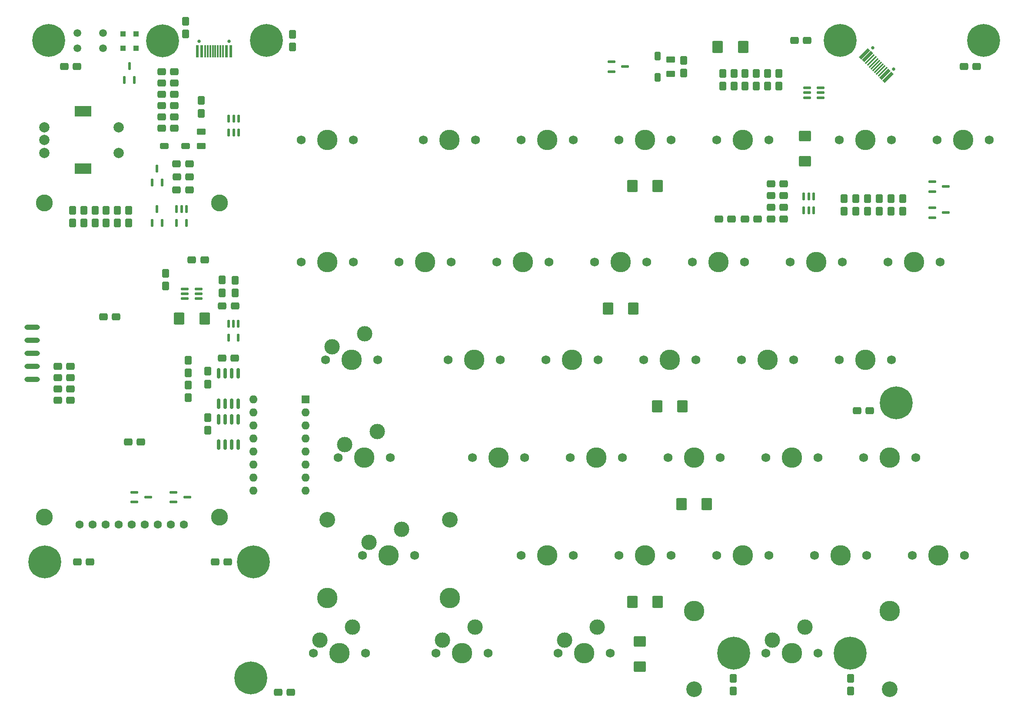
<source format=gts>
G04 #@! TF.GenerationSoftware,KiCad,Pcbnew,7.0.1*
G04 #@! TF.CreationDate,2023-07-18T11:36:22-07:00*
G04 #@! TF.ProjectId,keyboard-left,6b657962-6f61-4726-942d-6c6566742e6b,rev?*
G04 #@! TF.SameCoordinates,Original*
G04 #@! TF.FileFunction,Soldermask,Top*
G04 #@! TF.FilePolarity,Negative*
%FSLAX46Y46*%
G04 Gerber Fmt 4.6, Leading zero omitted, Abs format (unit mm)*
G04 Created by KiCad (PCBNEW 7.0.1) date 2023-07-18 11:36:22*
%MOMM*%
%LPD*%
G01*
G04 APERTURE LIST*
G04 Aperture macros list*
%AMRoundRect*
0 Rectangle with rounded corners*
0 $1 Rounding radius*
0 $2 $3 $4 $5 $6 $7 $8 $9 X,Y pos of 4 corners*
0 Add a 4 corners polygon primitive as box body*
4,1,4,$2,$3,$4,$5,$6,$7,$8,$9,$2,$3,0*
0 Add four circle primitives for the rounded corners*
1,1,$1+$1,$2,$3*
1,1,$1+$1,$4,$5*
1,1,$1+$1,$6,$7*
1,1,$1+$1,$8,$9*
0 Add four rect primitives between the rounded corners*
20,1,$1+$1,$2,$3,$4,$5,0*
20,1,$1+$1,$4,$5,$6,$7,0*
20,1,$1+$1,$6,$7,$8,$9,0*
20,1,$1+$1,$8,$9,$2,$3,0*%
%AMRotRect*
0 Rectangle, with rotation*
0 The origin of the aperture is its center*
0 $1 length*
0 $2 width*
0 $3 Rotation angle, in degrees counterclockwise*
0 Add horizontal line*
21,1,$1,$2,0,0,$3*%
G04 Aperture macros list end*
%ADD10C,2.000000*%
%ADD11R,3.200000X2.000000*%
%ADD12RoundRect,0.250000X-0.300000X0.300000X-0.300000X-0.300000X0.300000X-0.300000X0.300000X0.300000X0*%
%ADD13C,1.750000*%
%ADD14C,3.987800*%
%ADD15RoundRect,0.350000X-0.500500X-0.350000X0.500500X-0.350000X0.500500X0.350000X-0.500500X0.350000X0*%
%ADD16RoundRect,0.123750X0.123750X-0.656250X0.123750X0.656250X-0.123750X0.656250X-0.123750X-0.656250X0*%
%ADD17RoundRect,0.300000X0.550500X0.300000X-0.550500X0.300000X-0.550500X-0.300000X0.550500X-0.300000X0*%
%ADD18C,0.800000*%
%ADD19C,6.400000*%
%ADD20RoundRect,0.350000X0.350000X-0.500500X0.350000X0.500500X-0.350000X0.500500X-0.350000X-0.500500X0*%
%ADD21C,3.000000*%
%ADD22RoundRect,0.150000X0.150000X-0.825000X0.150000X0.825000X-0.150000X0.825000X-0.150000X-0.825000X0*%
%ADD23RoundRect,0.350000X0.500500X0.350000X-0.500500X0.350000X-0.500500X-0.350000X0.500500X-0.350000X0*%
%ADD24RoundRect,0.250000X0.625000X-0.375000X0.625000X0.375000X-0.625000X0.375000X-0.625000X-0.375000X0*%
%ADD25RoundRect,0.123750X-0.656250X-0.123750X0.656250X-0.123750X0.656250X0.123750X-0.656250X0.123750X0*%
%ADD26RoundRect,0.350000X-0.350000X0.500500X-0.350000X-0.500500X0.350000X-0.500500X0.350000X0.500500X0*%
%ADD27C,3.048000*%
%ADD28RoundRect,0.250000X0.787500X0.925000X-0.787500X0.925000X-0.787500X-0.925000X0.787500X-0.925000X0*%
%ADD29RoundRect,0.123750X-0.123750X0.656250X-0.123750X-0.656250X0.123750X-0.656250X0.123750X0.656250X0*%
%ADD30C,0.650000*%
%ADD31RotRect,0.600000X2.450000X135.000000*%
%ADD32RotRect,0.300000X2.450000X135.000000*%
%ADD33RoundRect,0.300000X-0.300000X0.550500X-0.300000X-0.550500X0.300000X-0.550500X0.300000X0.550500X0*%
%ADD34C,1.500000*%
%ADD35C,3.300000*%
%ADD36C,1.600000*%
%ADD37R,0.600000X2.450000*%
%ADD38R,0.300000X2.450000*%
%ADD39O,3.000000X1.000000*%
%ADD40RoundRect,0.250000X0.925000X-0.787500X0.925000X0.787500X-0.925000X0.787500X-0.925000X-0.787500X0*%
%ADD41R,1.600000X1.600000*%
%ADD42O,1.600000X1.600000*%
G04 APERTURE END LIST*
D10*
X10121300Y-21947500D03*
X10121300Y-26947500D03*
X10121300Y-24447500D03*
D11*
X17621300Y-18847500D03*
X17621300Y-30047500D03*
D10*
X24621300Y-26947500D03*
X24621300Y-21947500D03*
D12*
X27940000Y-3767900D03*
X27940000Y-6567900D03*
D13*
X160178800Y-105410000D03*
D14*
X165258800Y-105410000D03*
D13*
X170338800Y-105410000D03*
D15*
X146577000Y-39878000D03*
X149079000Y-39878000D03*
D16*
X46040000Y-23020000D03*
X46990000Y-23020000D03*
X47940000Y-23020000D03*
X47940000Y-20320000D03*
X46990000Y-20320000D03*
X46040000Y-20320000D03*
D17*
X37611000Y-25660000D03*
X33509000Y-25660000D03*
D18*
X8602900Y-5080000D03*
X9305844Y-3382944D03*
X9305844Y-6777056D03*
X11002900Y-2680000D03*
D19*
X11002900Y-5080000D03*
D18*
X11002900Y-7480000D03*
X12699956Y-3382944D03*
X12699956Y-6777056D03*
X13402900Y-5080000D03*
D13*
X79216300Y-48260000D03*
D14*
X84296300Y-48260000D03*
D13*
X89376300Y-48260000D03*
D20*
X146640000Y-13951000D03*
X146640000Y-11449000D03*
X177292000Y-38335000D03*
X177292000Y-35833000D03*
D13*
X62547500Y-124460000D03*
D21*
X63817500Y-121920000D03*
D14*
X67627500Y-124460000D03*
D21*
X70167500Y-119380000D03*
D13*
X72707500Y-124460000D03*
X164941300Y-67310000D03*
D14*
X170021300Y-67310000D03*
D13*
X175101300Y-67310000D03*
D22*
X44069000Y-75873000D03*
X45339000Y-75873000D03*
X46609000Y-75873000D03*
X47879000Y-75873000D03*
X47879000Y-69923000D03*
X46609000Y-69923000D03*
X45339000Y-69923000D03*
X44069000Y-69923000D03*
D18*
X7760000Y-106680000D03*
X8462944Y-104982944D03*
X8462944Y-108377056D03*
X10160000Y-104280000D03*
D19*
X10160000Y-106680000D03*
D18*
X10160000Y-109080000D03*
X11857056Y-104982944D03*
X11857056Y-108377056D03*
X12560000Y-106680000D03*
X48400000Y-106680000D03*
X49102944Y-104982944D03*
X49102944Y-108377056D03*
X50800000Y-104280000D03*
D19*
X50800000Y-106680000D03*
D18*
X50800000Y-109080000D03*
X52497056Y-104982944D03*
X52497056Y-108377056D03*
X53200000Y-106680000D03*
D23*
X24111000Y-58928000D03*
X21609000Y-58928000D03*
D20*
X168148000Y-38335000D03*
X168148000Y-35833000D03*
D18*
X50940000Y-5080000D03*
X51642944Y-3382944D03*
X51642944Y-6777056D03*
X53340000Y-2680000D03*
D19*
X53340000Y-5080000D03*
D18*
X53340000Y-7480000D03*
X55037056Y-3382944D03*
X55037056Y-6777056D03*
X55740000Y-5080000D03*
D13*
X164941300Y-24447500D03*
D14*
X170021300Y-24447500D03*
D13*
X175101300Y-24447500D03*
D24*
X132080000Y-11560000D03*
X132080000Y-8760000D03*
D18*
X30780000Y-5099000D03*
X31482944Y-3401944D03*
X31482944Y-6796056D03*
X33180000Y-2699000D03*
D19*
X33180000Y-5099000D03*
D18*
X33180000Y-7499000D03*
X34877056Y-3401944D03*
X34877056Y-6796056D03*
X35580000Y-5099000D03*
D13*
X141128800Y-105410000D03*
D14*
X146208800Y-105410000D03*
D13*
X151288800Y-105410000D03*
X117316300Y-48260000D03*
D14*
X122396300Y-48260000D03*
D13*
X127476300Y-48260000D03*
D18*
X164683800Y-124460000D03*
X165386744Y-122762944D03*
X165386744Y-126157056D03*
X167083800Y-122060000D03*
D19*
X167083800Y-124460000D03*
D18*
X167083800Y-126860000D03*
X168780856Y-122762944D03*
X168780856Y-126157056D03*
X169483800Y-124460000D03*
D23*
X15221000Y-72980000D03*
X12719000Y-72980000D03*
D25*
X183054000Y-32578000D03*
X183054000Y-34478000D03*
X185754000Y-33528000D03*
D13*
X64928800Y-67310000D03*
D21*
X66198800Y-64770000D03*
D14*
X70008800Y-67310000D03*
D21*
X72548800Y-62230000D03*
D13*
X75088800Y-67310000D03*
D26*
X33704500Y-50419300D03*
X33704500Y-52921300D03*
D20*
X22180000Y-40640000D03*
X22180000Y-38138000D03*
D27*
X65214500Y-98425000D03*
D14*
X65214500Y-113665000D03*
D13*
X72072500Y-105410000D03*
D21*
X73342500Y-102870000D03*
D14*
X77152500Y-105410000D03*
D21*
X79692500Y-100330000D03*
D13*
X82232500Y-105410000D03*
D27*
X89090500Y-98425000D03*
D14*
X89090500Y-113665000D03*
D13*
X60166300Y-48260000D03*
D14*
X65246300Y-48260000D03*
D13*
X70326300Y-48260000D03*
D25*
X37434500Y-53461300D03*
X37434500Y-54411300D03*
X37434500Y-55361300D03*
X40134500Y-55361300D03*
X40134500Y-54411300D03*
X40134500Y-53461300D03*
D15*
X151657000Y-35306000D03*
X154159000Y-35306000D03*
D13*
X103028800Y-105410000D03*
D14*
X108108800Y-105410000D03*
D13*
X113188800Y-105410000D03*
X174466300Y-48260000D03*
D14*
X179546300Y-48260000D03*
D13*
X184626300Y-48260000D03*
D25*
X27612000Y-93096000D03*
X27612000Y-94996000D03*
X30312000Y-94046000D03*
D15*
X151657000Y-33020000D03*
X154159000Y-33020000D03*
D26*
X58420000Y-3829000D03*
X58420000Y-6331000D03*
D15*
X26435000Y-83312000D03*
X28937000Y-83312000D03*
D18*
X47892000Y-129286000D03*
X48594944Y-127588944D03*
X48594944Y-130983056D03*
X50292000Y-126886000D03*
D19*
X50292000Y-129286000D03*
D18*
X50292000Y-131686000D03*
X51989056Y-127588944D03*
X51989056Y-130983056D03*
X52692000Y-129286000D03*
D28*
X146226500Y-6350000D03*
X141301500Y-6350000D03*
D29*
X37780000Y-37940000D03*
X36830000Y-37940000D03*
X35880000Y-37940000D03*
X35880000Y-40640000D03*
X37780000Y-40640000D03*
D20*
X148840000Y-13951000D03*
X148840000Y-11449000D03*
X144440000Y-13951000D03*
X144440000Y-11449000D03*
D26*
X41952000Y-78516000D03*
X41952000Y-81018000D03*
D20*
X142240000Y-13951000D03*
X142240000Y-11449000D03*
D15*
X141497000Y-39878000D03*
X143999000Y-39878000D03*
D16*
X25720000Y-12780000D03*
X27620000Y-12780000D03*
X26670000Y-10080000D03*
D30*
X175589021Y-10616056D03*
X171501944Y-6528979D03*
D31*
X174450579Y-12228259D03*
X173902572Y-11680252D03*
D32*
X173054043Y-10831724D03*
X172346937Y-10124617D03*
X171993383Y-9771063D03*
D31*
X169889741Y-7667421D03*
X170437748Y-8215428D03*
D32*
X170932723Y-8710403D03*
X171639830Y-9417510D03*
X172700490Y-10478170D03*
X173407597Y-11185277D03*
X171286276Y-9063957D03*
D20*
X17780000Y-40640000D03*
X17780000Y-38138000D03*
X170434000Y-38335000D03*
X170434000Y-35833000D03*
D23*
X15221000Y-70780000D03*
X12719000Y-70780000D03*
D20*
X134620000Y-11411000D03*
X134620000Y-8909000D03*
D26*
X144272000Y-129305000D03*
X144272000Y-131807000D03*
D23*
X15221000Y-75180000D03*
X12719000Y-75180000D03*
D20*
X153240000Y-13951000D03*
X153240000Y-11449000D03*
D13*
X110172500Y-124460000D03*
D21*
X111442500Y-121920000D03*
D14*
X115252500Y-124460000D03*
D21*
X117792500Y-119380000D03*
D13*
X120332500Y-124460000D03*
X67310000Y-86360000D03*
D21*
X68580000Y-83820000D03*
D14*
X72390000Y-86360000D03*
D21*
X74930000Y-81280000D03*
D13*
X77470000Y-86360000D03*
X83978800Y-24447500D03*
D14*
X89058800Y-24447500D03*
D13*
X94138800Y-24447500D03*
D25*
X120570000Y-9210000D03*
X120570000Y-11110000D03*
X123270000Y-10160000D03*
D28*
X41324500Y-59271300D03*
X36399500Y-59271300D03*
D23*
X45866000Y-106680000D03*
X43364000Y-106680000D03*
D13*
X126841300Y-67310000D03*
D14*
X131921300Y-67310000D03*
D13*
X137001300Y-67310000D03*
X169703800Y-86360000D03*
D14*
X174783800Y-86360000D03*
D13*
X179863800Y-86360000D03*
D20*
X19980000Y-40640000D03*
X19980000Y-38138000D03*
D24*
X40640000Y-25660000D03*
X40640000Y-22860000D03*
D13*
X141128800Y-24447500D03*
D14*
X146208800Y-24447500D03*
D13*
X151288800Y-24447500D03*
X150653800Y-86360000D03*
D14*
X155733800Y-86360000D03*
D13*
X160813800Y-86360000D03*
D20*
X172720000Y-38335000D03*
X172720000Y-35833000D03*
D15*
X32969000Y-15539000D03*
X35471000Y-15539000D03*
X151657000Y-37592000D03*
X154159000Y-37592000D03*
D33*
X129540000Y-8109000D03*
X129540000Y-12211000D03*
D13*
X98266300Y-48260000D03*
D14*
X103346300Y-48260000D03*
D13*
X108426300Y-48260000D03*
D15*
X13989000Y-10160000D03*
X16491000Y-10160000D03*
X32969000Y-19939000D03*
X35471000Y-19939000D03*
D18*
X162700000Y-5080000D03*
X163402944Y-3382944D03*
X163402944Y-6777056D03*
X165100000Y-2680000D03*
D19*
X165100000Y-5080000D03*
D18*
X165100000Y-7480000D03*
X166797056Y-3382944D03*
X166797056Y-6777056D03*
X167500000Y-5080000D03*
D20*
X26580000Y-40640000D03*
X26580000Y-38138000D03*
D26*
X41910000Y-69489600D03*
X41910000Y-71991600D03*
D20*
X151040000Y-13951000D03*
X151040000Y-11449000D03*
X40640000Y-19272000D03*
X40640000Y-16770000D03*
D15*
X35899000Y-31670000D03*
X38401000Y-31670000D03*
D13*
X122078800Y-105410000D03*
D14*
X127158800Y-105410000D03*
D13*
X132238800Y-105410000D03*
X86360000Y-124460000D03*
D21*
X87630000Y-121920000D03*
D14*
X91440000Y-124460000D03*
D21*
X93980000Y-119380000D03*
D13*
X96520000Y-124460000D03*
D15*
X38822500Y-47841300D03*
X41324500Y-47841300D03*
D34*
X16550000Y-6580000D03*
X21550000Y-6580000D03*
X16550000Y-3580000D03*
X21550000Y-3580000D03*
D15*
X32969000Y-22139000D03*
X35471000Y-22139000D03*
X189249000Y-10160000D03*
X191751000Y-10160000D03*
X32969000Y-13339000D03*
X35471000Y-13339000D03*
D23*
X170923000Y-77216000D03*
X168421000Y-77216000D03*
D18*
X190640000Y-5080000D03*
X191342944Y-3382944D03*
X191342944Y-6777056D03*
X193040000Y-2680000D03*
D19*
X193040000Y-5080000D03*
D18*
X193040000Y-7480000D03*
X194737056Y-3382944D03*
X194737056Y-6777056D03*
X195440000Y-5080000D03*
D25*
X158670000Y-14290000D03*
X158670000Y-15240000D03*
X158670000Y-16190000D03*
X161370000Y-16190000D03*
X161370000Y-15240000D03*
X161370000Y-14290000D03*
D15*
X16529000Y-106680000D03*
X19031000Y-106680000D03*
D26*
X167132000Y-129305000D03*
X167132000Y-131807000D03*
D13*
X60166300Y-24447500D03*
D14*
X65246300Y-24447500D03*
D13*
X70326300Y-24447500D03*
D20*
X24380000Y-40640000D03*
X24380000Y-38138000D03*
X38100000Y-69831000D03*
X38100000Y-67329000D03*
D15*
X44745000Y-56818000D03*
X47247000Y-56818000D03*
D13*
X103028800Y-24447500D03*
D14*
X108108800Y-24447500D03*
D13*
X113188800Y-24447500D03*
X88741300Y-67310000D03*
D14*
X93821300Y-67310000D03*
D13*
X98901300Y-67310000D03*
D14*
X136683800Y-116205000D03*
D27*
X136683800Y-131445000D03*
D13*
X150653800Y-124460000D03*
D21*
X151923800Y-121920000D03*
D14*
X155733800Y-124460000D03*
D21*
X158273800Y-119380000D03*
D13*
X160813800Y-124460000D03*
D14*
X174783800Y-116205000D03*
D27*
X174783800Y-131445000D03*
D15*
X44707000Y-66978000D03*
X47209000Y-66978000D03*
X32969000Y-11139000D03*
X35471000Y-11139000D03*
D16*
X158054000Y-38180000D03*
X159004000Y-38180000D03*
X159954000Y-38180000D03*
X159954000Y-35480000D03*
X159004000Y-35480000D03*
X158054000Y-35480000D03*
D13*
X136366300Y-48260000D03*
D14*
X141446300Y-48260000D03*
D13*
X146526300Y-48260000D03*
D35*
X10096300Y-36710000D03*
X10096300Y-97910000D03*
X44196300Y-36710000D03*
X44196300Y-97910000D03*
D36*
X16986300Y-99410000D03*
X19526300Y-99410000D03*
X22066300Y-99410000D03*
X24606300Y-99410000D03*
X27146300Y-99410000D03*
X29686300Y-99410000D03*
X32226300Y-99410000D03*
X34766300Y-99410000D03*
X37306300Y-99410000D03*
D18*
X141983800Y-124460000D03*
X142686744Y-122762944D03*
X142686744Y-126157056D03*
X144383800Y-122060000D03*
D19*
X144383800Y-124460000D03*
D18*
X144383800Y-126860000D03*
X146080856Y-122762944D03*
X146080856Y-126157056D03*
X146783800Y-124460000D03*
D25*
X183054000Y-37658000D03*
X183054000Y-39558000D03*
X185754000Y-38608000D03*
D20*
X44707000Y-54240000D03*
X44707000Y-51738000D03*
D23*
X158731000Y-5080000D03*
X156229000Y-5080000D03*
D16*
X31120000Y-32760000D03*
X33020000Y-32760000D03*
X32070000Y-30060000D03*
D15*
X35880000Y-34210000D03*
X38382000Y-34210000D03*
D13*
X107791300Y-67310000D03*
D14*
X112871300Y-67310000D03*
D13*
X117951300Y-67310000D03*
D20*
X15580000Y-40640000D03*
X15580000Y-38138000D03*
D13*
X112553800Y-86360000D03*
D14*
X117633800Y-86360000D03*
D13*
X122713800Y-86360000D03*
D18*
X173622000Y-75692000D03*
X174324944Y-73994944D03*
X174324944Y-77389056D03*
X176022000Y-73292000D03*
D19*
X176022000Y-75692000D03*
D18*
X176022000Y-78092000D03*
X177719056Y-73994944D03*
X177719056Y-77389056D03*
X178422000Y-75692000D03*
D20*
X175006000Y-38335000D03*
X175006000Y-35833000D03*
D30*
X46070000Y-5221000D03*
X40290000Y-5221000D03*
D37*
X46405000Y-7166000D03*
X45630000Y-7166000D03*
D38*
X44430000Y-7166000D03*
X43430000Y-7166000D03*
X42930000Y-7166000D03*
D37*
X39955000Y-7166000D03*
X40730000Y-7166000D03*
D38*
X41430000Y-7166000D03*
X42430000Y-7166000D03*
X43930000Y-7166000D03*
X44930000Y-7166000D03*
X41930000Y-7166000D03*
D22*
X44069000Y-83823000D03*
X45339000Y-83823000D03*
X46609000Y-83823000D03*
X47879000Y-83823000D03*
X47879000Y-78873000D03*
X46609000Y-78873000D03*
X45339000Y-78873000D03*
X44069000Y-78873000D03*
D26*
X38100000Y-72155000D03*
X38100000Y-74657000D03*
D13*
X122078800Y-24447500D03*
D14*
X127158800Y-24447500D03*
D13*
X132238800Y-24447500D03*
X145891300Y-67310000D03*
D14*
X150971300Y-67310000D03*
D13*
X156051300Y-67310000D03*
X93503800Y-86360000D03*
D14*
X98583800Y-86360000D03*
D13*
X103663800Y-86360000D03*
D15*
X35880000Y-29130000D03*
X38382000Y-29130000D03*
X32969000Y-17739000D03*
X35471000Y-17739000D03*
X151657000Y-39878000D03*
X154159000Y-39878000D03*
D25*
X35232000Y-93096000D03*
X35232000Y-94996000D03*
X37932000Y-94046000D03*
D12*
X25400000Y-3767900D03*
X25400000Y-6567900D03*
D23*
X15221000Y-68580000D03*
X12719000Y-68580000D03*
D20*
X47247000Y-54278000D03*
X47247000Y-51776000D03*
D13*
X155416300Y-48260000D03*
D14*
X160496300Y-48260000D03*
D13*
X165576300Y-48260000D03*
D39*
X7730000Y-60960000D03*
X7730000Y-63500000D03*
X7730000Y-66040000D03*
X7730000Y-68580000D03*
X7730000Y-71120000D03*
D13*
X179228800Y-105410000D03*
D14*
X184308800Y-105410000D03*
D13*
X189388800Y-105410000D03*
D29*
X47877000Y-60288000D03*
X46927000Y-60288000D03*
X45977000Y-60288000D03*
X45977000Y-62988000D03*
X47877000Y-62988000D03*
D40*
X158242000Y-28624500D03*
X158242000Y-23699500D03*
D15*
X55645000Y-132080000D03*
X58147000Y-132080000D03*
D16*
X31120000Y-40640000D03*
X33020000Y-40640000D03*
X32070000Y-37940000D03*
D20*
X37592000Y-3791000D03*
X37592000Y-1289000D03*
D13*
X131603800Y-86360000D03*
D14*
X136683800Y-86360000D03*
D13*
X141763800Y-86360000D03*
D20*
X165862000Y-38335000D03*
X165862000Y-35833000D03*
D13*
X183991300Y-24447500D03*
D14*
X189071300Y-24447500D03*
D13*
X194151300Y-24447500D03*
D41*
X60980000Y-74945000D03*
D42*
X60980000Y-77485000D03*
X60980000Y-80025000D03*
X60980000Y-82565000D03*
X60980000Y-85105000D03*
X60980000Y-87645000D03*
X60980000Y-90185000D03*
X60980000Y-92725000D03*
X50820000Y-92725000D03*
X50820000Y-90185000D03*
X50820000Y-87645000D03*
X50820000Y-85105000D03*
X50820000Y-82565000D03*
X50820000Y-80025000D03*
X50820000Y-77485000D03*
X50820000Y-74945000D03*
D28*
X134383800Y-76310000D03*
X129458800Y-76310000D03*
D40*
X126100000Y-127092500D03*
X126100000Y-122167500D03*
D28*
X124858800Y-57260000D03*
X119933800Y-57260000D03*
X129621300Y-114410000D03*
X124696300Y-114410000D03*
X129621300Y-33447500D03*
X124696300Y-33447500D03*
X139146300Y-95360000D03*
X134221300Y-95360000D03*
M02*

</source>
